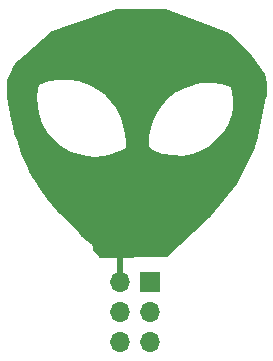
<source format=gbr>
%TF.GenerationSoftware,KiCad,Pcbnew,5.1.10-88a1d61d58~88~ubuntu20.04.1*%
%TF.CreationDate,2021-09-11T09:55:26-04:00*%
%TF.ProjectId,SAO-Alien,53414f2d-416c-4696-956e-2e6b69636164,rev?*%
%TF.SameCoordinates,Original*%
%TF.FileFunction,Copper,L1,Top*%
%TF.FilePolarity,Positive*%
%FSLAX46Y46*%
G04 Gerber Fmt 4.6, Leading zero omitted, Abs format (unit mm)*
G04 Created by KiCad (PCBNEW 5.1.10-88a1d61d58~88~ubuntu20.04.1) date 2021-09-11 09:55:26*
%MOMM*%
%LPD*%
G01*
G04 APERTURE LIST*
%TA.AperFunction,ComponentPad*%
%ADD10O,1.700000X1.700000*%
%TD*%
%TA.AperFunction,ComponentPad*%
%ADD11R,1.700000X1.700000*%
%TD*%
%TA.AperFunction,Conductor*%
%ADD12C,0.500000*%
%TD*%
%TA.AperFunction,Conductor*%
%ADD13C,0.254000*%
%TD*%
%TA.AperFunction,Conductor*%
%ADD14C,0.100000*%
%TD*%
G04 APERTURE END LIST*
D10*
%TO.P,J1,6*%
%TO.N,N/C*%
X130606800Y-93705680D03*
%TO.P,J1,5*%
X133146800Y-93705680D03*
%TO.P,J1,4*%
X130606800Y-91165680D03*
%TO.P,J1,3*%
X133146800Y-91165680D03*
%TO.P,J1,2*%
%TO.N,GND*%
X130606800Y-88625680D03*
D11*
%TO.P,J1,1*%
%TO.N,+3V3*%
X133146800Y-88625680D03*
%TD*%
D12*
%TO.N,GND*%
X130606800Y-88625680D02*
X130606800Y-85359240D01*
%TD*%
D13*
%TO.N,GND*%
X139625151Y-67530588D02*
X139877415Y-67687019D01*
X141645503Y-69450366D01*
X142756827Y-70968450D01*
X142829112Y-71351341D01*
X142874137Y-71802618D01*
X142885808Y-72297674D01*
X142862850Y-72834536D01*
X142857624Y-72886091D01*
X142025350Y-76644858D01*
X141999995Y-76722049D01*
X141846788Y-77155171D01*
X141708326Y-77522252D01*
X140349613Y-80204952D01*
X138163874Y-82925767D01*
X134533493Y-86330191D01*
X128958653Y-86404921D01*
X128462560Y-85810915D01*
X128462436Y-85780385D01*
X128464400Y-85731563D01*
X128462180Y-85717462D01*
X128462122Y-85703189D01*
X128452393Y-85655296D01*
X128444794Y-85607028D01*
X128439867Y-85593634D01*
X128437025Y-85579644D01*
X128418138Y-85534564D01*
X128401270Y-85488710D01*
X128377516Y-85449865D01*
X128374794Y-85444847D01*
X128359837Y-85417137D01*
X128359449Y-85416561D01*
X128344064Y-85388201D01*
X128324306Y-85364427D01*
X128307026Y-85338792D01*
X128284114Y-85316065D01*
X128283674Y-85315536D01*
X128261455Y-85293590D01*
X128227881Y-85260287D01*
X128215565Y-85247301D01*
X128207651Y-85240448D01*
X128200213Y-85233101D01*
X128183926Y-85219902D01*
X128140464Y-85182264D01*
X128136202Y-85177938D01*
X128116714Y-85161698D01*
X128097533Y-85145087D01*
X128092574Y-85141580D01*
X128029136Y-85088713D01*
X128028275Y-85087846D01*
X128004918Y-85068532D01*
X127981773Y-85049243D01*
X127980768Y-85048560D01*
X127870912Y-84957716D01*
X127436898Y-84582820D01*
X127066996Y-84139911D01*
X127058548Y-84130750D01*
X125396553Y-82497044D01*
X124991105Y-82022540D01*
X124546675Y-81472717D01*
X124132428Y-80928457D01*
X123755387Y-80398006D01*
X123477096Y-79976166D01*
X123252706Y-79598633D01*
X123025754Y-79170793D01*
X122798244Y-78697621D01*
X122573957Y-78187858D01*
X122356208Y-77649802D01*
X122148115Y-77091632D01*
X121952636Y-76521377D01*
X121772641Y-75947032D01*
X121610957Y-75376673D01*
X121470328Y-74818402D01*
X121353280Y-74279775D01*
X121274344Y-73843779D01*
X121207098Y-73370621D01*
X121164627Y-72925362D01*
X121163745Y-72906059D01*
X123423936Y-72906059D01*
X123479816Y-73784899D01*
X123482176Y-73802486D01*
X123583776Y-74295246D01*
X123587910Y-74310454D01*
X123857150Y-75102934D01*
X123866811Y-75124522D01*
X124288451Y-75871282D01*
X124299788Y-75888075D01*
X124782388Y-76492595D01*
X124798100Y-76509016D01*
X125560100Y-77174496D01*
X125582141Y-77189957D01*
X126389861Y-77636997D01*
X126418188Y-77648471D01*
X127713588Y-77998991D01*
X127738423Y-78003126D01*
X128510583Y-78053926D01*
X128526842Y-78053953D01*
X129177082Y-78013313D01*
X129199044Y-78009994D01*
X129681644Y-77893154D01*
X129690467Y-77890678D01*
X130325467Y-77687478D01*
X130344160Y-77679809D01*
X131106160Y-77293729D01*
X131135652Y-77273061D01*
X131152052Y-77254330D01*
X131164483Y-77232759D01*
X131172466Y-77209177D01*
X131175695Y-77184491D01*
X131176820Y-77149230D01*
X132918202Y-77149230D01*
X132921522Y-77178818D01*
X132929529Y-77202392D01*
X132941980Y-77223951D01*
X132958398Y-77242666D01*
X132978152Y-77257819D01*
X133166112Y-77374659D01*
X133172346Y-77378293D01*
X133507626Y-77561173D01*
X133525894Y-77569341D01*
X134211694Y-77813181D01*
X134231861Y-77818533D01*
X135054821Y-77965853D01*
X135076375Y-77967837D01*
X135858695Y-77972917D01*
X135879014Y-77971415D01*
X136402254Y-77890135D01*
X136416638Y-77887038D01*
X136985598Y-77729558D01*
X136996794Y-77725892D01*
X137545434Y-77517612D01*
X137559943Y-77511036D01*
X138047623Y-77251956D01*
X138063143Y-77242213D01*
X138596543Y-76851053D01*
X138610771Y-76838911D01*
X139098451Y-76356311D01*
X139110314Y-76342779D01*
X139572594Y-75733179D01*
X139583664Y-75715819D01*
X139908784Y-75101139D01*
X139916915Y-75082184D01*
X140150595Y-74386224D01*
X140154907Y-74369826D01*
X140261587Y-73816106D01*
X140263827Y-73795760D01*
X140284147Y-73094720D01*
X140283768Y-73080580D01*
X140232968Y-72465900D01*
X140230024Y-72447272D01*
X140148744Y-72101832D01*
X140142953Y-72083544D01*
X140131446Y-72061466D01*
X140115853Y-72042058D01*
X140096774Y-72026064D01*
X140074940Y-72014100D01*
X139729500Y-71866780D01*
X139716069Y-71861925D01*
X139172509Y-71699365D01*
X139155663Y-71695553D01*
X138535903Y-71599033D01*
X138518697Y-71597542D01*
X137690657Y-71582302D01*
X137669319Y-71583709D01*
X136897159Y-71700549D01*
X136876942Y-71705327D01*
X136094622Y-71959327D01*
X136076432Y-71966836D01*
X135324592Y-72347836D01*
X135305469Y-72359769D01*
X134558709Y-72923649D01*
X134540282Y-72940667D01*
X133895122Y-73667107D01*
X133883902Y-73681761D01*
X133563862Y-74169441D01*
X133553688Y-74188216D01*
X133233648Y-74919736D01*
X133228664Y-74933136D01*
X133055944Y-75491936D01*
X133052127Y-75507862D01*
X132925127Y-76244462D01*
X132923282Y-76265310D01*
X132918202Y-77149230D01*
X131176820Y-77149230D01*
X131190935Y-76706971D01*
X131190804Y-76695875D01*
X131150164Y-75964355D01*
X131146309Y-75939578D01*
X130811029Y-74644178D01*
X130800701Y-74617301D01*
X130363821Y-73779101D01*
X130350035Y-73758047D01*
X129521995Y-72731887D01*
X129499479Y-72710129D01*
X128803519Y-72186889D01*
X128789569Y-72177769D01*
X128032649Y-71751049D01*
X128012788Y-71742005D01*
X127083148Y-71411805D01*
X127060303Y-71406011D01*
X126379583Y-71299331D01*
X126360588Y-71297802D01*
X125395388Y-71292722D01*
X125374089Y-71294407D01*
X124540969Y-71431567D01*
X124522945Y-71435906D01*
X123664425Y-71710226D01*
X123635046Y-71723960D01*
X123615432Y-71739293D01*
X123599186Y-71758159D01*
X123586933Y-71779831D01*
X123579143Y-71803477D01*
X123492783Y-72189557D01*
X123490313Y-72205017D01*
X123424273Y-72885737D01*
X123423936Y-72906059D01*
X121163745Y-72906059D01*
X121144065Y-72475666D01*
X121141593Y-72247075D01*
X121150598Y-71817733D01*
X121178085Y-71444918D01*
X121200503Y-71287435D01*
X121772255Y-70235411D01*
X122058802Y-69876013D01*
X122466483Y-69503134D01*
X124874540Y-67437646D01*
X130322916Y-65592960D01*
X134409213Y-65592960D01*
X139625151Y-67530588D01*
%TA.AperFunction,Conductor*%
D14*
G36*
X139625151Y-67530588D02*
G01*
X139877415Y-67687019D01*
X141645503Y-69450366D01*
X142756827Y-70968450D01*
X142829112Y-71351341D01*
X142874137Y-71802618D01*
X142885808Y-72297674D01*
X142862850Y-72834536D01*
X142857624Y-72886091D01*
X142025350Y-76644858D01*
X141999995Y-76722049D01*
X141846788Y-77155171D01*
X141708326Y-77522252D01*
X140349613Y-80204952D01*
X138163874Y-82925767D01*
X134533493Y-86330191D01*
X128958653Y-86404921D01*
X128462560Y-85810915D01*
X128462436Y-85780385D01*
X128464400Y-85731563D01*
X128462180Y-85717462D01*
X128462122Y-85703189D01*
X128452393Y-85655296D01*
X128444794Y-85607028D01*
X128439867Y-85593634D01*
X128437025Y-85579644D01*
X128418138Y-85534564D01*
X128401270Y-85488710D01*
X128377516Y-85449865D01*
X128374794Y-85444847D01*
X128359837Y-85417137D01*
X128359449Y-85416561D01*
X128344064Y-85388201D01*
X128324306Y-85364427D01*
X128307026Y-85338792D01*
X128284114Y-85316065D01*
X128283674Y-85315536D01*
X128261455Y-85293590D01*
X128227881Y-85260287D01*
X128215565Y-85247301D01*
X128207651Y-85240448D01*
X128200213Y-85233101D01*
X128183926Y-85219902D01*
X128140464Y-85182264D01*
X128136202Y-85177938D01*
X128116714Y-85161698D01*
X128097533Y-85145087D01*
X128092574Y-85141580D01*
X128029136Y-85088713D01*
X128028275Y-85087846D01*
X128004918Y-85068532D01*
X127981773Y-85049243D01*
X127980768Y-85048560D01*
X127870912Y-84957716D01*
X127436898Y-84582820D01*
X127066996Y-84139911D01*
X127058548Y-84130750D01*
X125396553Y-82497044D01*
X124991105Y-82022540D01*
X124546675Y-81472717D01*
X124132428Y-80928457D01*
X123755387Y-80398006D01*
X123477096Y-79976166D01*
X123252706Y-79598633D01*
X123025754Y-79170793D01*
X122798244Y-78697621D01*
X122573957Y-78187858D01*
X122356208Y-77649802D01*
X122148115Y-77091632D01*
X121952636Y-76521377D01*
X121772641Y-75947032D01*
X121610957Y-75376673D01*
X121470328Y-74818402D01*
X121353280Y-74279775D01*
X121274344Y-73843779D01*
X121207098Y-73370621D01*
X121164627Y-72925362D01*
X121163745Y-72906059D01*
X123423936Y-72906059D01*
X123479816Y-73784899D01*
X123482176Y-73802486D01*
X123583776Y-74295246D01*
X123587910Y-74310454D01*
X123857150Y-75102934D01*
X123866811Y-75124522D01*
X124288451Y-75871282D01*
X124299788Y-75888075D01*
X124782388Y-76492595D01*
X124798100Y-76509016D01*
X125560100Y-77174496D01*
X125582141Y-77189957D01*
X126389861Y-77636997D01*
X126418188Y-77648471D01*
X127713588Y-77998991D01*
X127738423Y-78003126D01*
X128510583Y-78053926D01*
X128526842Y-78053953D01*
X129177082Y-78013313D01*
X129199044Y-78009994D01*
X129681644Y-77893154D01*
X129690467Y-77890678D01*
X130325467Y-77687478D01*
X130344160Y-77679809D01*
X131106160Y-77293729D01*
X131135652Y-77273061D01*
X131152052Y-77254330D01*
X131164483Y-77232759D01*
X131172466Y-77209177D01*
X131175695Y-77184491D01*
X131176820Y-77149230D01*
X132918202Y-77149230D01*
X132921522Y-77178818D01*
X132929529Y-77202392D01*
X132941980Y-77223951D01*
X132958398Y-77242666D01*
X132978152Y-77257819D01*
X133166112Y-77374659D01*
X133172346Y-77378293D01*
X133507626Y-77561173D01*
X133525894Y-77569341D01*
X134211694Y-77813181D01*
X134231861Y-77818533D01*
X135054821Y-77965853D01*
X135076375Y-77967837D01*
X135858695Y-77972917D01*
X135879014Y-77971415D01*
X136402254Y-77890135D01*
X136416638Y-77887038D01*
X136985598Y-77729558D01*
X136996794Y-77725892D01*
X137545434Y-77517612D01*
X137559943Y-77511036D01*
X138047623Y-77251956D01*
X138063143Y-77242213D01*
X138596543Y-76851053D01*
X138610771Y-76838911D01*
X139098451Y-76356311D01*
X139110314Y-76342779D01*
X139572594Y-75733179D01*
X139583664Y-75715819D01*
X139908784Y-75101139D01*
X139916915Y-75082184D01*
X140150595Y-74386224D01*
X140154907Y-74369826D01*
X140261587Y-73816106D01*
X140263827Y-73795760D01*
X140284147Y-73094720D01*
X140283768Y-73080580D01*
X140232968Y-72465900D01*
X140230024Y-72447272D01*
X140148744Y-72101832D01*
X140142953Y-72083544D01*
X140131446Y-72061466D01*
X140115853Y-72042058D01*
X140096774Y-72026064D01*
X140074940Y-72014100D01*
X139729500Y-71866780D01*
X139716069Y-71861925D01*
X139172509Y-71699365D01*
X139155663Y-71695553D01*
X138535903Y-71599033D01*
X138518697Y-71597542D01*
X137690657Y-71582302D01*
X137669319Y-71583709D01*
X136897159Y-71700549D01*
X136876942Y-71705327D01*
X136094622Y-71959327D01*
X136076432Y-71966836D01*
X135324592Y-72347836D01*
X135305469Y-72359769D01*
X134558709Y-72923649D01*
X134540282Y-72940667D01*
X133895122Y-73667107D01*
X133883902Y-73681761D01*
X133563862Y-74169441D01*
X133553688Y-74188216D01*
X133233648Y-74919736D01*
X133228664Y-74933136D01*
X133055944Y-75491936D01*
X133052127Y-75507862D01*
X132925127Y-76244462D01*
X132923282Y-76265310D01*
X132918202Y-77149230D01*
X131176820Y-77149230D01*
X131190935Y-76706971D01*
X131190804Y-76695875D01*
X131150164Y-75964355D01*
X131146309Y-75939578D01*
X130811029Y-74644178D01*
X130800701Y-74617301D01*
X130363821Y-73779101D01*
X130350035Y-73758047D01*
X129521995Y-72731887D01*
X129499479Y-72710129D01*
X128803519Y-72186889D01*
X128789569Y-72177769D01*
X128032649Y-71751049D01*
X128012788Y-71742005D01*
X127083148Y-71411805D01*
X127060303Y-71406011D01*
X126379583Y-71299331D01*
X126360588Y-71297802D01*
X125395388Y-71292722D01*
X125374089Y-71294407D01*
X124540969Y-71431567D01*
X124522945Y-71435906D01*
X123664425Y-71710226D01*
X123635046Y-71723960D01*
X123615432Y-71739293D01*
X123599186Y-71758159D01*
X123586933Y-71779831D01*
X123579143Y-71803477D01*
X123492783Y-72189557D01*
X123490313Y-72205017D01*
X123424273Y-72885737D01*
X123423936Y-72906059D01*
X121163745Y-72906059D01*
X121144065Y-72475666D01*
X121141593Y-72247075D01*
X121150598Y-71817733D01*
X121178085Y-71444918D01*
X121200503Y-71287435D01*
X121772255Y-70235411D01*
X122058802Y-69876013D01*
X122466483Y-69503134D01*
X124874540Y-67437646D01*
X130322916Y-65592960D01*
X134409213Y-65592960D01*
X139625151Y-67530588D01*
G37*
%TD.AperFunction*%
%TD*%
M02*

</source>
